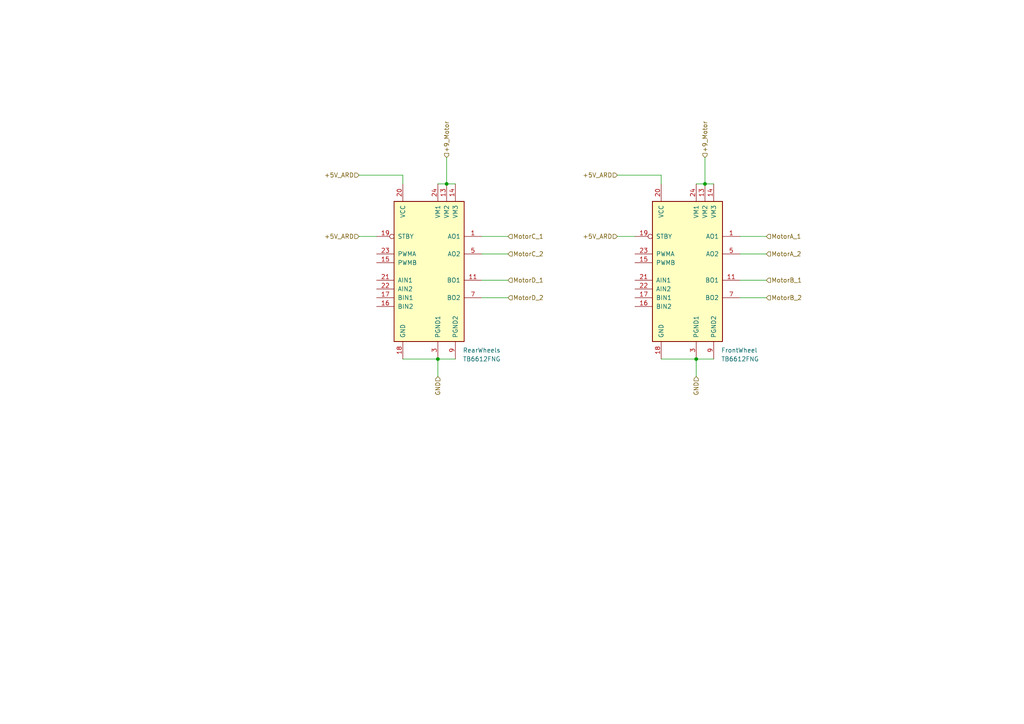
<source format=kicad_sch>
(kicad_sch
	(version 20250114)
	(generator "eeschema")
	(generator_version "9.0")
	(uuid "6a6fe94f-b679-4a88-8d5c-80ba1e70ae44")
	(paper "A4")
	(lib_symbols
		(symbol "Driver_Motor:TB6612FNG"
			(pin_names
				(offset 1.016)
			)
			(exclude_from_sim no)
			(in_bom yes)
			(on_board yes)
			(property "Reference" "U"
				(at 11.43 17.78 0)
				(effects
					(font
						(size 1.27 1.27)
					)
					(justify left)
				)
			)
			(property "Value" "TB6612FNG"
				(at 11.43 15.24 0)
				(effects
					(font
						(size 1.27 1.27)
					)
					(justify left)
				)
			)
			(property "Footprint" "Package_SO:SSOP-24_5.3x8.2mm_P0.65mm"
				(at 33.02 -22.86 0)
				(effects
					(font
						(size 1.27 1.27)
					)
					(hide yes)
				)
			)
			(property "Datasheet" "https://toshiba.semicon-storage.com/us/product/linear/motordriver/detail.TB6612FNG.html"
				(at 11.43 15.24 0)
				(effects
					(font
						(size 1.27 1.27)
					)
					(hide yes)
				)
			)
			(property "Description" "Driver IC for Dual DC motor, SSOP-24"
				(at 0 0 0)
				(effects
					(font
						(size 1.27 1.27)
					)
					(hide yes)
				)
			)
			(property "ki_keywords" "H-bridge motor driver"
				(at 0 0 0)
				(effects
					(font
						(size 1.27 1.27)
					)
					(hide yes)
				)
			)
			(property "ki_fp_filters" "SSOP*5.3x8.2mm*P0.65mm*"
				(at 0 0 0)
				(effects
					(font
						(size 1.27 1.27)
					)
					(hide yes)
				)
			)
			(symbol "TB6612FNG_0_1"
				(rectangle
					(start -10.16 20.32)
					(end 10.16 -20.32)
					(stroke
						(width 0.254)
						(type default)
					)
					(fill
						(type background)
					)
				)
			)
			(symbol "TB6612FNG_1_1"
				(pin input inverted
					(at -15.24 10.16 0)
					(length 5.08)
					(name "STBY"
						(effects
							(font
								(size 1.27 1.27)
							)
						)
					)
					(number "19"
						(effects
							(font
								(size 1.27 1.27)
							)
						)
					)
				)
				(pin input line
					(at -15.24 5.08 0)
					(length 5.08)
					(name "PWMA"
						(effects
							(font
								(size 1.27 1.27)
							)
						)
					)
					(number "23"
						(effects
							(font
								(size 1.27 1.27)
							)
						)
					)
				)
				(pin input line
					(at -15.24 2.54 0)
					(length 5.08)
					(name "PWMB"
						(effects
							(font
								(size 1.27 1.27)
							)
						)
					)
					(number "15"
						(effects
							(font
								(size 1.27 1.27)
							)
						)
					)
				)
				(pin input line
					(at -15.24 -2.54 0)
					(length 5.08)
					(name "AIN1"
						(effects
							(font
								(size 1.27 1.27)
							)
						)
					)
					(number "21"
						(effects
							(font
								(size 1.27 1.27)
							)
						)
					)
				)
				(pin input line
					(at -15.24 -5.08 0)
					(length 5.08)
					(name "AIN2"
						(effects
							(font
								(size 1.27 1.27)
							)
						)
					)
					(number "22"
						(effects
							(font
								(size 1.27 1.27)
							)
						)
					)
				)
				(pin input line
					(at -15.24 -7.62 0)
					(length 5.08)
					(name "BIN1"
						(effects
							(font
								(size 1.27 1.27)
							)
						)
					)
					(number "17"
						(effects
							(font
								(size 1.27 1.27)
							)
						)
					)
				)
				(pin input line
					(at -15.24 -10.16 0)
					(length 5.08)
					(name "BIN2"
						(effects
							(font
								(size 1.27 1.27)
							)
						)
					)
					(number "16"
						(effects
							(font
								(size 1.27 1.27)
							)
						)
					)
				)
				(pin power_in line
					(at -7.62 25.4 270)
					(length 5.08)
					(name "VCC"
						(effects
							(font
								(size 1.27 1.27)
							)
						)
					)
					(number "20"
						(effects
							(font
								(size 1.27 1.27)
							)
						)
					)
				)
				(pin power_in line
					(at -7.62 -25.4 90)
					(length 5.08)
					(name "GND"
						(effects
							(font
								(size 1.27 1.27)
							)
						)
					)
					(number "18"
						(effects
							(font
								(size 1.27 1.27)
							)
						)
					)
				)
				(pin power_in line
					(at 2.54 25.4 270)
					(length 5.08)
					(name "VM1"
						(effects
							(font
								(size 1.27 1.27)
							)
						)
					)
					(number "24"
						(effects
							(font
								(size 1.27 1.27)
							)
						)
					)
				)
				(pin power_in line
					(at 2.54 -25.4 90)
					(length 5.08)
					(name "PGND1"
						(effects
							(font
								(size 1.27 1.27)
							)
						)
					)
					(number "3"
						(effects
							(font
								(size 1.27 1.27)
							)
						)
					)
				)
				(pin passive line
					(at 2.54 -25.4 90)
					(length 5.08)
					(hide yes)
					(name "PGND1"
						(effects
							(font
								(size 1.27 1.27)
							)
						)
					)
					(number "4"
						(effects
							(font
								(size 1.27 1.27)
							)
						)
					)
				)
				(pin power_in line
					(at 5.08 25.4 270)
					(length 5.08)
					(name "VM2"
						(effects
							(font
								(size 1.27 1.27)
							)
						)
					)
					(number "13"
						(effects
							(font
								(size 1.27 1.27)
							)
						)
					)
				)
				(pin power_in line
					(at 7.62 25.4 270)
					(length 5.08)
					(name "VM3"
						(effects
							(font
								(size 1.27 1.27)
							)
						)
					)
					(number "14"
						(effects
							(font
								(size 1.27 1.27)
							)
						)
					)
				)
				(pin passive line
					(at 7.62 -25.4 90)
					(length 5.08)
					(hide yes)
					(name "PGND2"
						(effects
							(font
								(size 1.27 1.27)
							)
						)
					)
					(number "10"
						(effects
							(font
								(size 1.27 1.27)
							)
						)
					)
				)
				(pin power_in line
					(at 7.62 -25.4 90)
					(length 5.08)
					(name "PGND2"
						(effects
							(font
								(size 1.27 1.27)
							)
						)
					)
					(number "9"
						(effects
							(font
								(size 1.27 1.27)
							)
						)
					)
				)
				(pin output line
					(at 15.24 10.16 180)
					(length 5.08)
					(name "AO1"
						(effects
							(font
								(size 1.27 1.27)
							)
						)
					)
					(number "1"
						(effects
							(font
								(size 1.27 1.27)
							)
						)
					)
				)
				(pin passive line
					(at 15.24 10.16 180)
					(length 5.08)
					(hide yes)
					(name "AO1"
						(effects
							(font
								(size 1.27 1.27)
							)
						)
					)
					(number "2"
						(effects
							(font
								(size 1.27 1.27)
							)
						)
					)
				)
				(pin output line
					(at 15.24 5.08 180)
					(length 5.08)
					(name "AO2"
						(effects
							(font
								(size 1.27 1.27)
							)
						)
					)
					(number "5"
						(effects
							(font
								(size 1.27 1.27)
							)
						)
					)
				)
				(pin passive line
					(at 15.24 5.08 180)
					(length 5.08)
					(hide yes)
					(name "AO2"
						(effects
							(font
								(size 1.27 1.27)
							)
						)
					)
					(number "6"
						(effects
							(font
								(size 1.27 1.27)
							)
						)
					)
				)
				(pin output line
					(at 15.24 -2.54 180)
					(length 5.08)
					(name "BO1"
						(effects
							(font
								(size 1.27 1.27)
							)
						)
					)
					(number "11"
						(effects
							(font
								(size 1.27 1.27)
							)
						)
					)
				)
				(pin passive line
					(at 15.24 -2.54 180)
					(length 5.08)
					(hide yes)
					(name "BO1"
						(effects
							(font
								(size 1.27 1.27)
							)
						)
					)
					(number "12"
						(effects
							(font
								(size 1.27 1.27)
							)
						)
					)
				)
				(pin output line
					(at 15.24 -7.62 180)
					(length 5.08)
					(name "BO2"
						(effects
							(font
								(size 1.27 1.27)
							)
						)
					)
					(number "7"
						(effects
							(font
								(size 1.27 1.27)
							)
						)
					)
				)
				(pin passive line
					(at 15.24 -7.62 180)
					(length 5.08)
					(hide yes)
					(name "BO2"
						(effects
							(font
								(size 1.27 1.27)
							)
						)
					)
					(number "8"
						(effects
							(font
								(size 1.27 1.27)
							)
						)
					)
				)
			)
			(embedded_fonts no)
		)
	)
	(junction
		(at 127 104.14)
		(diameter 0)
		(color 0 0 0 0)
		(uuid "661e0028-7a23-48d5-80b3-8a257e25bb6c")
	)
	(junction
		(at 204.47 53.34)
		(diameter 0)
		(color 0 0 0 0)
		(uuid "68d20e16-5a22-4420-aef3-d5999fef505d")
	)
	(junction
		(at 129.54 53.34)
		(diameter 0)
		(color 0 0 0 0)
		(uuid "ae703070-ecd7-4b09-a4e9-d697fecb1518")
	)
	(junction
		(at 201.93 104.14)
		(diameter 0)
		(color 0 0 0 0)
		(uuid "b0edb019-461b-45a7-abae-b1afddcfada2")
	)
	(wire
		(pts
			(xy 147.32 81.28) (xy 139.7 81.28)
		)
		(stroke
			(width 0)
			(type default)
		)
		(uuid "059a223e-93e1-4bfe-85d7-2b0d371a9ba3")
	)
	(wire
		(pts
			(xy 204.47 45.72) (xy 204.47 53.34)
		)
		(stroke
			(width 0)
			(type default)
		)
		(uuid "0c8930db-cea3-421b-9d2b-7ea8c7a21765")
	)
	(wire
		(pts
			(xy 191.77 104.14) (xy 201.93 104.14)
		)
		(stroke
			(width 0)
			(type default)
		)
		(uuid "16956f2e-90ed-4eff-abc6-dfb127956b74")
	)
	(wire
		(pts
			(xy 222.25 68.58) (xy 214.63 68.58)
		)
		(stroke
			(width 0)
			(type default)
		)
		(uuid "232521a0-2a74-4952-a0ea-446c905ad751")
	)
	(wire
		(pts
			(xy 179.07 50.8) (xy 191.77 50.8)
		)
		(stroke
			(width 0)
			(type default)
		)
		(uuid "25aff95f-5c00-499b-aea0-2ed2a11690b8")
	)
	(wire
		(pts
			(xy 179.07 68.58) (xy 184.15 68.58)
		)
		(stroke
			(width 0)
			(type default)
		)
		(uuid "2c356b4d-9f63-4b50-acab-887903a74684")
	)
	(wire
		(pts
			(xy 204.47 53.34) (xy 207.01 53.34)
		)
		(stroke
			(width 0)
			(type default)
		)
		(uuid "391ed6a8-b405-4d52-8095-9f1bb66e388b")
	)
	(wire
		(pts
			(xy 147.32 73.66) (xy 139.7 73.66)
		)
		(stroke
			(width 0)
			(type default)
		)
		(uuid "3e1cddf0-0d46-4a3f-95e2-a385e3dd47d5")
	)
	(wire
		(pts
			(xy 147.32 86.36) (xy 139.7 86.36)
		)
		(stroke
			(width 0)
			(type default)
		)
		(uuid "4df0bc2a-daa5-43e9-b28d-4fe504b3fb86")
	)
	(wire
		(pts
			(xy 127 53.34) (xy 129.54 53.34)
		)
		(stroke
			(width 0)
			(type default)
		)
		(uuid "54fac3ba-e9b3-41cd-91c4-74e2f3262bd5")
	)
	(wire
		(pts
			(xy 129.54 45.72) (xy 129.54 53.34)
		)
		(stroke
			(width 0)
			(type default)
		)
		(uuid "590931e4-a1c9-4030-ad6f-3cba80f5b0d7")
	)
	(wire
		(pts
			(xy 116.84 104.14) (xy 127 104.14)
		)
		(stroke
			(width 0)
			(type default)
		)
		(uuid "6f0263cd-c773-4b71-9e7e-d0d9b5c73a99")
	)
	(wire
		(pts
			(xy 116.84 50.8) (xy 116.84 53.34)
		)
		(stroke
			(width 0)
			(type default)
		)
		(uuid "7507784f-afaf-47e8-8989-4dbb4096a9ad")
	)
	(wire
		(pts
			(xy 201.93 109.22) (xy 201.93 104.14)
		)
		(stroke
			(width 0)
			(type default)
		)
		(uuid "82a604aa-4992-422e-8c8a-903e07126489")
	)
	(wire
		(pts
			(xy 191.77 50.8) (xy 191.77 53.34)
		)
		(stroke
			(width 0)
			(type default)
		)
		(uuid "864603e7-de83-4d89-b174-9b2c770eda4a")
	)
	(wire
		(pts
			(xy 147.32 68.58) (xy 139.7 68.58)
		)
		(stroke
			(width 0)
			(type default)
		)
		(uuid "8ed5b09f-bef9-42d6-b2ce-aff51d8a50e3")
	)
	(wire
		(pts
			(xy 201.93 104.14) (xy 207.01 104.14)
		)
		(stroke
			(width 0)
			(type default)
		)
		(uuid "afb7b378-0d29-4fdf-b797-7cd2e84f7c21")
	)
	(wire
		(pts
			(xy 127 104.14) (xy 132.08 104.14)
		)
		(stroke
			(width 0)
			(type default)
		)
		(uuid "bd85b79e-34e9-411f-813b-4137071ef7e7")
	)
	(wire
		(pts
			(xy 201.93 53.34) (xy 204.47 53.34)
		)
		(stroke
			(width 0)
			(type default)
		)
		(uuid "c8cc408a-ad96-40e5-8ba9-ddef02dd8eeb")
	)
	(wire
		(pts
			(xy 222.25 81.28) (xy 214.63 81.28)
		)
		(stroke
			(width 0)
			(type default)
		)
		(uuid "d8de524d-7fe4-4d96-9384-d5d30599145b")
	)
	(wire
		(pts
			(xy 104.14 50.8) (xy 116.84 50.8)
		)
		(stroke
			(width 0)
			(type default)
		)
		(uuid "e9fa8e5b-2fd9-45f3-a2f5-637ed75d34a2")
	)
	(wire
		(pts
			(xy 104.14 68.58) (xy 109.22 68.58)
		)
		(stroke
			(width 0)
			(type default)
		)
		(uuid "eb51c509-f722-4d0c-834f-692b3316cd21")
	)
	(wire
		(pts
			(xy 222.25 86.36) (xy 214.63 86.36)
		)
		(stroke
			(width 0)
			(type default)
		)
		(uuid "f10462ba-8faa-434b-8e28-071fca1a6db8")
	)
	(wire
		(pts
			(xy 222.25 73.66) (xy 214.63 73.66)
		)
		(stroke
			(width 0)
			(type default)
		)
		(uuid "f4477c28-ef41-41af-9fc3-7c6a70334428")
	)
	(wire
		(pts
			(xy 127 109.22) (xy 127 104.14)
		)
		(stroke
			(width 0)
			(type default)
		)
		(uuid "fa261b70-7aff-4347-81c5-a5da5b2bd587")
	)
	(wire
		(pts
			(xy 129.54 53.34) (xy 132.08 53.34)
		)
		(stroke
			(width 0)
			(type default)
		)
		(uuid "fecd0e4d-f892-4632-9aeb-0a01eb0a306f")
	)
	(hierarchical_label "+9_Motor"
		(shape input)
		(at 204.47 45.72 90)
		(effects
			(font
				(size 1.27 1.27)
			)
			(justify left)
		)
		(uuid "031010ca-81a8-433c-82e1-f6ca3db583d1")
	)
	(hierarchical_label "+5V_ARD"
		(shape input)
		(at 104.14 50.8 180)
		(effects
			(font
				(size 1.27 1.27)
			)
			(justify right)
		)
		(uuid "08abd786-0e44-4c5e-966a-96b2a3227371")
	)
	(hierarchical_label "MotorA_1"
		(shape input)
		(at 222.25 68.58 0)
		(effects
			(font
				(size 1.27 1.27)
			)
			(justify left)
		)
		(uuid "0c85bd95-f736-4cda-8ae7-df6c91f684d4")
	)
	(hierarchical_label "GND"
		(shape input)
		(at 201.93 109.22 270)
		(effects
			(font
				(size 1.27 1.27)
			)
			(justify right)
		)
		(uuid "1231ecb2-187e-44b5-91a7-e0ca398aec22")
	)
	(hierarchical_label "MotorC_1"
		(shape input)
		(at 147.32 68.58 0)
		(effects
			(font
				(size 1.27 1.27)
			)
			(justify left)
		)
		(uuid "953147f6-f169-4f3c-b3dc-22c4d256ba70")
	)
	(hierarchical_label "GND"
		(shape input)
		(at 127 109.22 270)
		(effects
			(font
				(size 1.27 1.27)
			)
			(justify right)
		)
		(uuid "a52ed050-0b5c-4032-b208-2b1282d84492")
	)
	(hierarchical_label "MotorD_1"
		(shape input)
		(at 147.32 81.28 0)
		(effects
			(font
				(size 1.27 1.27)
			)
			(justify left)
		)
		(uuid "abcec9cd-7140-4842-a9d6-841bc26c6e31")
	)
	(hierarchical_label "+5V_ARD"
		(shape input)
		(at 179.07 68.58 180)
		(effects
			(font
				(size 1.27 1.27)
			)
			(justify right)
		)
		(uuid "ba7d0dcc-a71f-403f-a95d-004637f675bc")
	)
	(hierarchical_label "MotorB_2"
		(shape input)
		(at 222.25 86.36 0)
		(effects
			(font
				(size 1.27 1.27)
			)
			(justify left)
		)
		(uuid "bb3b9146-1ccd-4a03-8f77-5544039245eb")
	)
	(hierarchical_label "+5V_ARD"
		(shape input)
		(at 104.14 68.58 180)
		(effects
			(font
				(size 1.27 1.27)
			)
			(justify right)
		)
		(uuid "c2c478da-5a18-402d-bdf0-6b676654c181")
	)
	(hierarchical_label "MotorC_2"
		(shape input)
		(at 147.32 73.66 0)
		(effects
			(font
				(size 1.27 1.27)
			)
			(justify left)
		)
		(uuid "c6ecca2c-eac1-40bf-9bcd-7335b0c1a6ea")
	)
	(hierarchical_label "MotorB_1"
		(shape input)
		(at 222.25 81.28 0)
		(effects
			(font
				(size 1.27 1.27)
			)
			(justify left)
		)
		(uuid "cd87fd60-4d8e-4272-b25b-09b070efb024")
	)
	(hierarchical_label "MotorD_2"
		(shape input)
		(at 147.32 86.36 0)
		(effects
			(font
				(size 1.27 1.27)
			)
			(justify left)
		)
		(uuid "e569187d-8edd-4afe-8af9-253d3e00d439")
	)
	(hierarchical_label "+5V_ARD"
		(shape input)
		(at 179.07 50.8 180)
		(effects
			(font
				(size 1.27 1.27)
			)
			(justify right)
		)
		(uuid "ef43afc7-785b-4975-8945-55fa9a3558de")
	)
	(hierarchical_label "MotorA_2"
		(shape input)
		(at 222.25 73.66 0)
		(effects
			(font
				(size 1.27 1.27)
			)
			(justify left)
		)
		(uuid "fcfb0955-e8c6-4e6a-9f2b-99f6ee34f0c2")
	)
	(hierarchical_label "+9_Motor"
		(shape input)
		(at 129.54 45.72 90)
		(effects
			(font
				(size 1.27 1.27)
			)
			(justify left)
		)
		(uuid "ffd12c5a-18ef-4bef-919e-fd984748c3f6")
	)
	(symbol
		(lib_id "Driver_Motor:TB6612FNG")
		(at 124.46 78.74 0)
		(unit 1)
		(exclude_from_sim no)
		(in_bom yes)
		(on_board yes)
		(dnp no)
		(fields_autoplaced yes)
		(uuid "c2d09ca5-a74d-4ad7-8ef1-6f7ef7e9a29c")
		(property "Reference" "RearWheels"
			(at 134.2233 101.6 0)
			(effects
				(font
					(size 1.27 1.27)
				)
				(justify left)
			)
		)
		(property "Value" "TB6612FNG"
			(at 134.2233 104.14 0)
			(effects
				(font
					(size 1.27 1.27)
				)
				(justify left)
			)
		)
		(property "Footprint" "Package_SO:SSOP-24_5.3x8.2mm_P0.65mm"
			(at 157.48 101.6 0)
			(effects
				(font
					(size 1.27 1.27)
				)
				(hide yes)
			)
		)
		(property "Datasheet" "https://toshiba.semicon-storage.com/us/product/linear/motordriver/detail.TB6612FNG.html"
			(at 135.89 63.5 0)
			(effects
				(font
					(size 1.27 1.27)
				)
				(hide yes)
			)
		)
		(property "Description" "Driver IC for Dual DC motor, SSOP-24"
			(at 124.46 78.74 0)
			(effects
				(font
					(size 1.27 1.27)
				)
				(hide yes)
			)
		)
		(pin "3"
			(uuid "c0af3bd8-c1f6-4eb5-94a3-ff745754939b")
		)
		(pin "7"
			(uuid "a9abcd03-e534-4591-b5fc-a8795ff3ad97")
		)
		(pin "10"
			(uuid "d76dfebd-5e5b-496d-b026-0d78d8858419")
		)
		(pin "4"
			(uuid "b4ffda33-041a-48e0-9525-71dee2717481")
		)
		(pin "18"
			(uuid "4a38bd91-37c4-451f-af4a-4e5a339e4be7")
		)
		(pin "24"
			(uuid "ae1fde97-034c-41cd-a0c3-33e00f154449")
		)
		(pin "13"
			(uuid "61d9deac-2580-4ea2-a618-84ea0eb34cb6")
		)
		(pin "14"
			(uuid "46e87e65-ec19-4f5d-950f-f13b5f5d263b")
		)
		(pin "1"
			(uuid "228e778d-5eda-44b7-93c0-23133428e99b")
		)
		(pin "2"
			(uuid "14c4bac5-9356-4f8c-a8a5-3bdc6e875ced")
		)
		(pin "5"
			(uuid "f96df161-7ee8-42df-8fe0-5ef70a22ff06")
		)
		(pin "6"
			(uuid "02170289-53d7-4926-b7cd-eeb9b19d57b7")
		)
		(pin "11"
			(uuid "543fabd8-1176-4665-8def-24d5240dc006")
		)
		(pin "12"
			(uuid "0367963c-ce65-4af4-a36e-fb3bfefaf750")
		)
		(pin "9"
			(uuid "fa810a84-f6fa-4ca9-9521-7cbab162b0f7")
		)
		(pin "8"
			(uuid "357397b9-66ce-4886-9bb3-815a1ee291ed")
		)
		(pin "19"
			(uuid "d738ac04-d4c2-4fbf-89ee-78abfe372c5c")
		)
		(pin "23"
			(uuid "2b0ffde8-500c-45e7-b959-c49ec6193c9b")
		)
		(pin "21"
			(uuid "41cf8e81-51da-4574-afce-6bc0b1916088")
		)
		(pin "15"
			(uuid "7e96ddf6-cabc-44fa-bd09-85c329502424")
		)
		(pin "22"
			(uuid "991c3512-3946-4485-a626-eaf13ad0685e")
		)
		(pin "17"
			(uuid "7326e73f-b5b6-4f86-a881-3d0d3bc30818")
		)
		(pin "20"
			(uuid "afbd98b6-c4d8-4650-b33d-a534baaeb0de")
		)
		(pin "16"
			(uuid "c0c4cfdc-feb3-4eca-86af-7b368874aa61")
		)
		(instances
			(project "SmartCar"
				(path "/8b628cf2-f5c8-4ee4-ba10-6a5a6149387b/54eb5dd4-8d9e-4309-a60b-3e8b4bc9db97"
					(reference "RearWheels")
					(unit 1)
				)
			)
		)
	)
	(symbol
		(lib_id "Driver_Motor:TB6612FNG")
		(at 199.39 78.74 0)
		(unit 1)
		(exclude_from_sim no)
		(in_bom yes)
		(on_board yes)
		(dnp no)
		(fields_autoplaced yes)
		(uuid "ebcb60fe-db6e-4ebe-b343-5dc93e0ffd76")
		(property "Reference" "FrontWheel"
			(at 209.1533 101.6 0)
			(effects
				(font
					(size 1.27 1.27)
				)
				(justify left)
			)
		)
		(property "Value" "TB6612FNG"
			(at 209.1533 104.14 0)
			(effects
				(font
					(size 1.27 1.27)
				)
				(justify left)
			)
		)
		(property "Footprint" "Package_SO:SSOP-24_5.3x8.2mm_P0.65mm"
			(at 232.41 101.6 0)
			(effects
				(font
					(size 1.27 1.27)
				)
				(hide yes)
			)
		)
		(property "Datasheet" "https://toshiba.semicon-storage.com/us/product/linear/motordriver/detail.TB6612FNG.html"
			(at 210.82 63.5 0)
			(effects
				(font
					(size 1.27 1.27)
				)
				(hide yes)
			)
		)
		(property "Description" "Driver IC for Dual DC motor, SSOP-24"
			(at 199.39 78.74 0)
			(effects
				(font
					(size 1.27 1.27)
				)
				(hide yes)
			)
		)
		(pin "3"
			(uuid "f626531a-e2fd-4ddf-bfda-e4f5654b60e9")
		)
		(pin "7"
			(uuid "0e23b439-3ffc-4498-acf5-395544b0580a")
		)
		(pin "10"
			(uuid "1e1a7a08-eedd-421e-9152-8deb5b2835d4")
		)
		(pin "4"
			(uuid "606672ee-e56a-47b2-8cb2-b0a8887c083e")
		)
		(pin "18"
			(uuid "b9054ae4-1035-4b8f-af6c-938d1606fd5c")
		)
		(pin "24"
			(uuid "3123f109-b871-4c8b-a4ca-5efbcec3408a")
		)
		(pin "13"
			(uuid "1d340255-d432-4d52-95e1-0650f56ae45f")
		)
		(pin "14"
			(uuid "4f62b0fd-bc68-4ec9-924b-fa0a7265b591")
		)
		(pin "1"
			(uuid "42ed9d64-a388-49ea-bf2c-50bb7f4f99af")
		)
		(pin "2"
			(uuid "fa57e138-19ac-4595-8fd1-8f8bec01b333")
		)
		(pin "5"
			(uuid "01bace86-aa44-45cf-8890-c2425d65c918")
		)
		(pin "6"
			(uuid "3bbddc63-33f2-4788-8109-2aca0eac0efe")
		)
		(pin "11"
			(uuid "0978d659-344c-4900-8b31-f0c3c5740db1")
		)
		(pin "12"
			(uuid "4d938595-3081-4715-88ee-54b225282df1")
		)
		(pin "9"
			(uuid "5bc044ff-9e72-4869-8e06-7e1b0729d133")
		)
		(pin "8"
			(uuid "ba782b3d-a554-4579-b31d-a3e5e8d083ab")
		)
		(pin "19"
			(uuid "31cd9e68-6a6c-4e22-8906-fa5d3b9d399b")
		)
		(pin "23"
			(uuid "65febcc6-d572-467b-9d03-b4b7f9f9f69d")
		)
		(pin "21"
			(uuid "66e1fc16-7668-4930-81ef-7c9e62cbaf73")
		)
		(pin "15"
			(uuid "c9a971b7-cf04-47e5-8943-14a4f41f8883")
		)
		(pin "22"
			(uuid "35dc9271-388d-4e5a-a1dd-61a5afe925c4")
		)
		(pin "17"
			(uuid "d5a68a67-d2af-4682-9652-eaf13eb0d8e5")
		)
		(pin "20"
			(uuid "42088826-ab4b-43ab-a441-50e1d2c857ca")
		)
		(pin "16"
			(uuid "fb34023e-d80a-48c9-996b-67120a5464ab")
		)
		(instances
			(project ""
				(path "/8b628cf2-f5c8-4ee4-ba10-6a5a6149387b/54eb5dd4-8d9e-4309-a60b-3e8b4bc9db97"
					(reference "FrontWheel")
					(unit 1)
				)
			)
		)
	)
)

</source>
